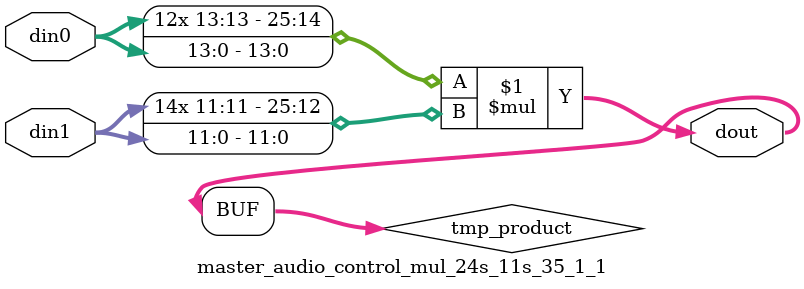
<source format=v>

`timescale 1 ns / 1 ps

 module master_audio_control_mul_24s_11s_35_1_1(din0, din1, dout);
parameter ID = 1;
parameter NUM_STAGE = 0;
parameter din0_WIDTH = 14;
parameter din1_WIDTH = 12;
parameter dout_WIDTH = 26;

input [din0_WIDTH - 1 : 0] din0; 
input [din1_WIDTH - 1 : 0] din1; 
output [dout_WIDTH - 1 : 0] dout;

wire signed [dout_WIDTH - 1 : 0] tmp_product;



























assign tmp_product = $signed(din0) * $signed(din1);








assign dout = tmp_product;





















endmodule

</source>
